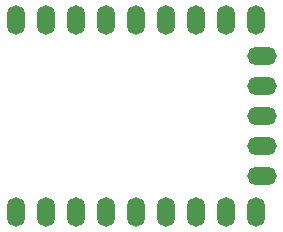
<source format=gbp>
%TF.GenerationSoftware,KiCad,Pcbnew,7.0.10*%
%TF.CreationDate,2024-01-30T15:37:57+11:00*%
%TF.ProjectId,RP2040-TestPatternGenerator,52503230-3430-42d5-9465-737450617474,rev?*%
%TF.SameCoordinates,Original*%
%TF.FileFunction,Paste,Bot*%
%TF.FilePolarity,Positive*%
%FSLAX46Y46*%
G04 Gerber Fmt 4.6, Leading zero omitted, Abs format (unit mm)*
G04 Created by KiCad (PCBNEW 7.0.10) date 2024-01-30 15:37:57*
%MOMM*%
%LPD*%
G01*
G04 APERTURE LIST*
%ADD10O,1.500000X2.500000*%
%ADD11O,2.500000X1.500000*%
G04 APERTURE END LIST*
D10*
%TO.C,U1*%
X118590000Y-77859000D03*
X121130000Y-77859000D03*
X123670000Y-77859000D03*
X126210000Y-77859000D03*
X128750000Y-77859000D03*
X131290000Y-77859000D03*
X133830000Y-77859000D03*
X136370000Y-77859000D03*
X138910000Y-77859000D03*
D11*
X139410000Y-80899000D03*
X139410000Y-83439000D03*
X139410000Y-85979000D03*
X139410000Y-88519000D03*
X139410000Y-91059000D03*
D10*
X138910000Y-94099000D03*
X136370000Y-94099000D03*
X133830000Y-94099000D03*
X131290000Y-94099000D03*
X128750000Y-94099000D03*
X126210000Y-94099000D03*
X123670000Y-94099000D03*
X121130000Y-94099000D03*
X118590000Y-94099000D03*
%TD*%
M02*

</source>
